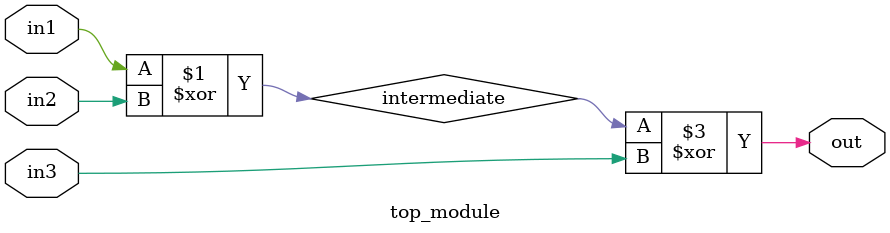
<source format=sv>
module top_module (
    input in1,
    input in2,
    input in3,
    output logic out
);

    logic intermediate;

    // Perform bitwise XOR operation on in1 and in2
    assign intermediate = in1 ^ in2;

    // Perform bitwise NOT operation on the result
    assign intermediate = ~intermediate;

    // Perform another bitwise XOR operation with in3
    assign out = intermediate ^ in3;

endmodule

</source>
